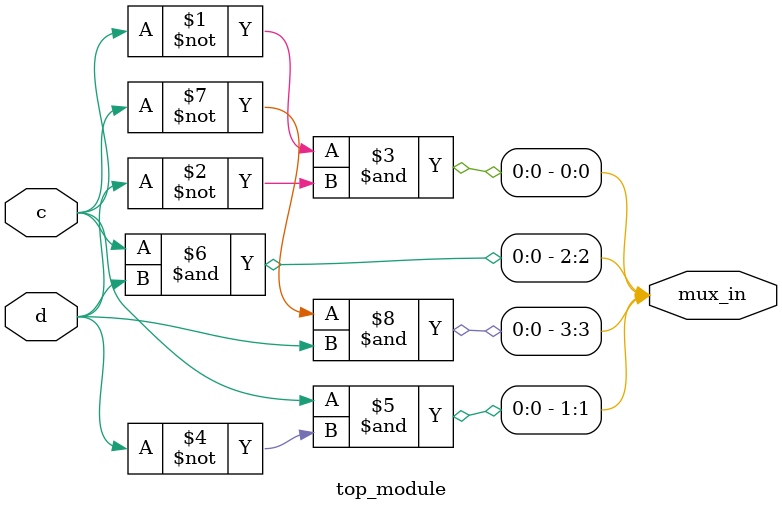
<source format=sv>
module top_module (
    input c,
    input d,
    output [3:0] mux_in
);

    // Use a combination of c and d to generate mux inputs as per the K-map
    // K-map:
    //  cd
    // ab   00   01   11   10
    // 00 | 0 | 0 | 0 | 1 |
    // 01 | 1 | 0 | 0 | 0 |
    // 11 | 1 | 0 | 1 | 1 |
    // 10 | 1 | 0 | 0 | 1 |

    // Assign values to mux_in based on the K-map
    assign mux_in[0] = (~c & ~d); // ab = 00
    assign mux_in[1] = (c & ~d);  // ab = 01
    assign mux_in[2] = (c & d);   // ab = 11
    assign mux_in[3] = (~c & d);  // ab = 10

endmodule

</source>
